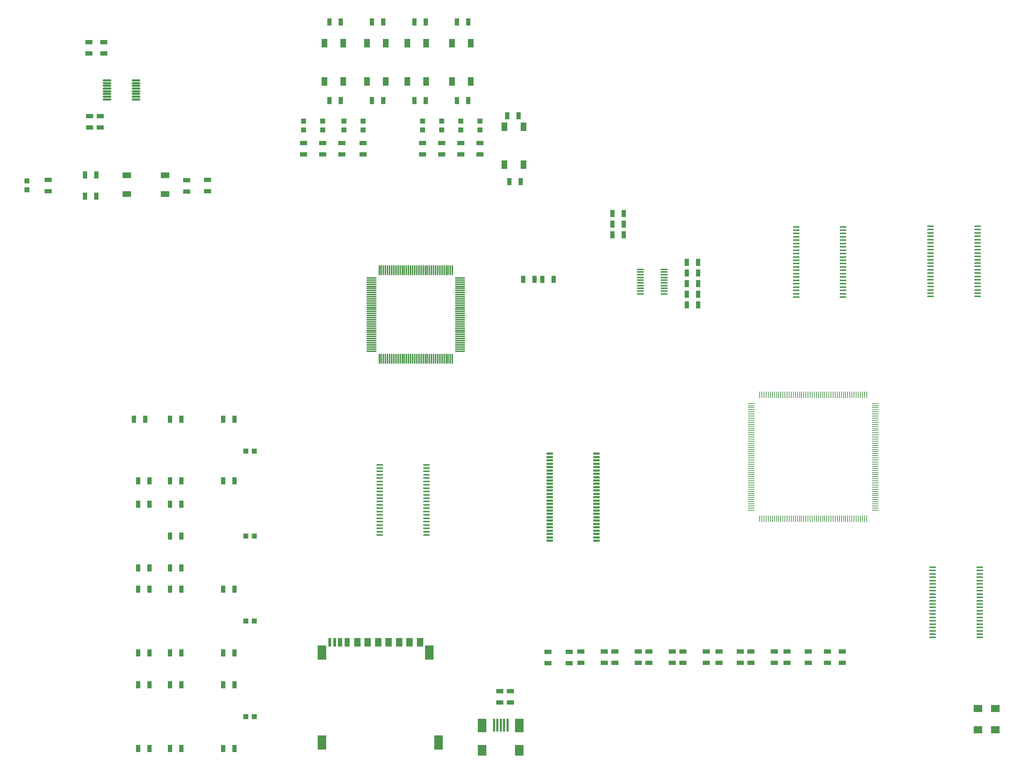
<source format=gtp>
%FSLAX44Y44*%
%MOMM*%
G71*
G01*
G75*
G04 Layer_Color=8421504*
%ADD10R,1.1000X1.7000*%
%ADD11R,1.5500X0.4500*%
%ADD12R,1.7000X1.1000*%
%ADD13R,1.4000X2.1000*%
%ADD14R,1.2000X1.2000*%
%ADD15R,1.2000X1.2000*%
%ADD16O,0.3000X2.5400*%
%ADD17O,2.5400X0.3000*%
%ADD18R,2.1000X1.4000*%
%ADD19R,1.5500X0.5500*%
%ADD20O,1.7000X0.3500*%
%ADD21O,1.5500X0.2500*%
%ADD22O,0.2500X1.5500*%
%ADD23R,0.5000X3.1000*%
%ADD24R,2.0000X2.5000*%
%ADD25R,2.0000X3.3000*%
%ADD26O,2.1000X0.4500*%
%ADD27R,0.7000X2.0000*%
%ADD28R,1.0000X2.0000*%
%ADD29R,1.2000X2.0000*%
%ADD30R,1.5000X2.0000*%
%ADD31R,2.0000X3.5000*%
%ADD32R,2.0000X1.8000*%
%ADD33C,0.1500*%
%ADD34R,1.5000X1.5000*%
%ADD35C,1.5000*%
%ADD36R,1.5000X1.5000*%
%ADD37C,1.3500*%
%ADD38R,1.2500X1.2500*%
%ADD39C,1.6000*%
%ADD40R,1.6000X1.6000*%
%ADD41C,1.2000*%
%ADD42O,1.5240X4.0640*%
%ADD43O,4.0640X1.5240*%
%ADD44O,1.5240X4.3180*%
%ADD45C,4.7600*%
%ADD46R,1.6900X1.6900*%
%ADD47C,1.6900*%
%ADD48C,1.5240*%
%ADD49C,4.5000*%
%ADD50C,0.7100*%
%ADD51C,1.0160*%
%ADD52C,0.2540*%
%ADD53C,1.9160*%
G04:AMPARAMS|DCode=54|XSize=2.424mm|YSize=2.424mm|CornerRadius=0mm|HoleSize=0mm|Usage=FLASHONLY|Rotation=0.000|XOffset=0mm|YOffset=0mm|HoleType=Round|Shape=Relief|Width=0.254mm|Gap=0.254mm|Entries=4|*
%AMTHD54*
7,0,0,2.4240,1.9160,0.2540,45*
%
%ADD54THD54*%
%ADD55C,1.8160*%
G04:AMPARAMS|DCode=56|XSize=2.274mm|YSize=2.274mm|CornerRadius=0mm|HoleSize=0mm|Usage=FLASHONLY|Rotation=0.000|XOffset=0mm|YOffset=0mm|HoleType=Round|Shape=Relief|Width=0.254mm|Gap=0.254mm|Entries=4|*
%AMTHD56*
7,0,0,2.2740,1.7660,0.2540,45*
%
%ADD56THD56*%
%ADD57C,2.0160*%
G04:AMPARAMS|DCode=58|XSize=2.524mm|YSize=2.524mm|CornerRadius=0mm|HoleSize=0mm|Usage=FLASHONLY|Rotation=0.000|XOffset=0mm|YOffset=0mm|HoleType=Round|Shape=Relief|Width=0.254mm|Gap=0.254mm|Entries=4|*
%AMTHD58*
7,0,0,2.5240,2.0160,0.2540,45*
%
%ADD58THD58*%
%ADD59C,1.7660*%
%ADD60O,1.7780X4.3180*%
%ADD61O,4.3180X1.7780*%
%AMTHOVALD62*
21,1,2.7940,2.2860,0,0,270.0*
1,1,2.2860,0.0000,1.3970*
1,1,2.2860,0.0000,-1.3970*
21,0,2.7940,1.7780,0,0,270.0*
1,0,1.7780,0.0000,1.3970*
1,0,1.7780,0.0000,-1.3970*
4,0,4,-0.0898,1.3072,-0.8980,2.1154,-0.7184,2.2950,0.0898,1.4868,-0.0898,1.3072,0.0*
4,0,4,-0.0898,-1.4868,0.7184,-2.2950,0.8980,-2.1154,0.0898,-1.3072,-0.0898,-1.4868,0.0*
4,0,4,-0.0898,1.4868,0.7184,2.2950,0.8980,2.1154,0.0898,1.3072,-0.0898,1.4868,0.0*
4,0,4,-0.0898,-1.3072,-0.8980,-2.1154,-0.7184,-2.2950,0.0898,-1.4868,-0.0898,-1.3072,0.0*
%
%ADD62THOVALD62*%

%ADD63C,4.2760*%
%ADD64C,2.1060*%
G04:AMPARAMS|DCode=65|XSize=2.424mm|YSize=2.424mm|CornerRadius=0mm|HoleSize=0mm|Usage=FLASHONLY|Rotation=0.000|XOffset=0mm|YOffset=0mm|HoleType=Round|Shape=Relief|Width=0.254mm|Gap=0.254mm|Entries=4|*
%AMTHD65*
7,0,0,2.4240,1.9160,0.2540,45*
%
%ADD65THD65*%
%ADD66C,1.9160*%
%ADD67C,4.2160*%
%ADD68C,2.2060*%
%ADD69C,2.0160*%
%ADD70C,1.3160*%
G04:AMPARAMS|DCode=71|XSize=1.824mm|YSize=1.824mm|CornerRadius=0mm|HoleSize=0mm|Usage=FLASHONLY|Rotation=0.000|XOffset=0mm|YOffset=0mm|HoleType=Round|Shape=Relief|Width=0.254mm|Gap=0.254mm|Entries=4|*
%AMTHD71*
7,0,0,1.8240,1.3160,0.2540,45*
%
%ADD71THD71*%
G04:AMPARAMS|DCode=72|XSize=2.324mm|YSize=2.324mm|CornerRadius=0mm|HoleSize=0mm|Usage=FLASHONLY|Rotation=0.000|XOffset=0mm|YOffset=0mm|HoleType=Round|Shape=Relief|Width=0.254mm|Gap=0.254mm|Entries=4|*
%AMTHD72*
7,0,0,2.3240,1.8160,0.2540,45*
%
%ADD72THD72*%
%AMTHOVALD73*
21,1,2.5400,2.2860,0,0,90.0*
1,1,2.2860,0.0000,-1.2700*
1,1,2.2860,0.0000,1.2700*
21,0,2.5400,1.7780,0,0,90.0*
1,0,1.7780,0.0000,-1.2700*
1,0,1.7780,0.0000,1.2700*
4,0,4,0.0898,-1.1802,0.8980,-1.9884,0.7184,-2.1680,-0.0898,-1.3598,0.0898,-1.1802,0.0*
4,0,4,0.0898,1.3598,-0.7184,2.1680,-0.8980,1.9884,-0.0898,1.1802,0.0898,1.3598,0.0*
4,0,4,0.0898,-1.3598,-0.7184,-2.1680,-0.8980,-1.9884,-0.0898,-1.1802,0.0898,-1.3598,0.0*
4,0,4,0.0898,1.1802,0.8980,1.9884,0.7184,2.1680,-0.0898,1.3598,0.0898,1.1802,0.0*
%
%ADD73THOVALD73*%

%AMTHOVALD74*
21,1,2.5400,2.2860,0,0,180.0*
1,1,2.2860,1.2700,0.0000*
1,1,2.2860,-1.2700,0.0000*
21,0,2.5400,1.7780,0,0,180.0*
1,0,1.7780,1.2700,0.0000*
1,0,1.7780,-1.2700,0.0000*
4,0,4,1.1802,0.0898,1.9884,0.8980,2.1680,0.7184,1.3598,-0.0898,1.1802,0.0898,0.0*
4,0,4,-1.3598,0.0898,-2.1680,-0.7184,-1.9884,-0.8980,-1.1802,-0.0898,-1.3598,0.0898,0.0*
4,0,4,1.3598,0.0898,2.1680,-0.7184,1.9884,-0.8980,1.1802,-0.0898,1.3598,0.0898,0.0*
4,0,4,-1.1802,0.0898,-1.9884,0.8980,-2.1680,0.7184,-1.3598,-0.0898,-1.1802,0.0898,0.0*
%
%ADD74THOVALD74*%

%ADD75O,1.7780X4.5720*%
G04:AMPARAMS|DCode=76|XSize=4.784mm|YSize=4.784mm|CornerRadius=0mm|HoleSize=0mm|Usage=FLASHONLY|Rotation=0.000|XOffset=0mm|YOffset=0mm|HoleType=Round|Shape=Relief|Width=0.254mm|Gap=0.254mm|Entries=4|*
%AMTHD76*
7,0,0,4.7840,4.2760,0.2540,45*
%
%ADD76THD76*%
G04:AMPARAMS|DCode=77|XSize=2.614mm|YSize=2.614mm|CornerRadius=0mm|HoleSize=0mm|Usage=FLASHONLY|Rotation=0.000|XOffset=0mm|YOffset=0mm|HoleType=Round|Shape=Relief|Width=0.254mm|Gap=0.254mm|Entries=4|*
%AMTHD77*
7,0,0,2.6140,2.1060,0.2540,45*
%
%ADD77THD77*%
G04:AMPARAMS|DCode=78|XSize=2.524mm|YSize=2.524mm|CornerRadius=0mm|HoleSize=0mm|Usage=FLASHONLY|Rotation=0.000|XOffset=0mm|YOffset=0mm|HoleType=Round|Shape=Relief|Width=0.254mm|Gap=0.254mm|Entries=4|*
%AMTHD78*
7,0,0,2.5240,2.0160,0.2540,45*
%
%ADD78THD78*%
%ADD79C,0.6000*%
%ADD80C,0.2500*%
%ADD81C,0.2000*%
%ADD82C,0.1016*%
%ADD83C,0.1778*%
%ADD84C,0.2032*%
%ADD85C,0.5080*%
%ADD86C,0.2794*%
D10*
X931710Y1398270D02*
D03*
X904710D02*
D03*
X828510D02*
D03*
X855510D02*
D03*
X1285710Y2363470D02*
D03*
X1312710D02*
D03*
X1387310D02*
D03*
X1414310D02*
D03*
X1488910D02*
D03*
X1515910D02*
D03*
X1590510D02*
D03*
X1617510D02*
D03*
X1716240Y2169160D02*
D03*
X1743240D02*
D03*
X1821980Y1935480D02*
D03*
X1794980D02*
D03*
X1776260D02*
D03*
X1749260D02*
D03*
X1312710Y2551430D02*
D03*
X1285710D02*
D03*
X1414310D02*
D03*
X1387310D02*
D03*
X1515910D02*
D03*
X1488910D02*
D03*
X1617510D02*
D03*
X1590510D02*
D03*
X1738160Y2326640D02*
D03*
X1711160D02*
D03*
X2140420Y1925320D02*
D03*
X2167420D02*
D03*
X2140420Y1874520D02*
D03*
X2167420D02*
D03*
Y1899920D02*
D03*
X2140420D02*
D03*
Y1976120D02*
D03*
X2167420D02*
D03*
X2140420Y1950720D02*
D03*
X2167420D02*
D03*
X1989620Y2042160D02*
D03*
X1962620D02*
D03*
X1989620Y2067560D02*
D03*
X1962620D02*
D03*
X1989620Y2092960D02*
D03*
X1962620D02*
D03*
X701510Y2134870D02*
D03*
X728510D02*
D03*
Y2185670D02*
D03*
X701510D02*
D03*
X1031710Y1601470D02*
D03*
X1058710D02*
D03*
X818350D02*
D03*
X845350D02*
D03*
X931710Y1454150D02*
D03*
X904710D02*
D03*
X931710Y1601470D02*
D03*
X904710D02*
D03*
X828510Y1454150D02*
D03*
X855510D02*
D03*
X1058710D02*
D03*
X1031710D02*
D03*
X931710Y1245870D02*
D03*
X904710D02*
D03*
X931710Y1322070D02*
D03*
X904710D02*
D03*
X828510Y1245870D02*
D03*
X855510D02*
D03*
X1031710Y1195070D02*
D03*
X1058710D02*
D03*
X828510D02*
D03*
X855510D02*
D03*
X931710Y1042670D02*
D03*
X904710D02*
D03*
Y1195070D02*
D03*
X931710D02*
D03*
X855510Y1042670D02*
D03*
X828510D02*
D03*
X1031710D02*
D03*
X1058710D02*
D03*
Y966470D02*
D03*
X1031710D02*
D03*
X828510D02*
D03*
X855510D02*
D03*
X931710Y814070D02*
D03*
X904710D02*
D03*
Y966470D02*
D03*
X931710D02*
D03*
X855510Y814070D02*
D03*
X828510D02*
D03*
X1058710D02*
D03*
X1031710D02*
D03*
D11*
X2834760Y1894660D02*
D03*
Y1902660D02*
D03*
Y1910660D02*
D03*
Y1918660D02*
D03*
Y1926660D02*
D03*
Y1934660D02*
D03*
Y1942660D02*
D03*
Y1950660D02*
D03*
Y1958660D02*
D03*
Y1966660D02*
D03*
Y1974660D02*
D03*
Y1982660D02*
D03*
Y1990660D02*
D03*
Y1998660D02*
D03*
Y2006660D02*
D03*
Y2014660D02*
D03*
Y2022660D02*
D03*
Y2030660D02*
D03*
Y2038660D02*
D03*
Y2046660D02*
D03*
Y2054660D02*
D03*
Y2062660D02*
D03*
X2722760Y1894660D02*
D03*
Y1902660D02*
D03*
Y1910660D02*
D03*
Y1918660D02*
D03*
Y1926660D02*
D03*
Y1934660D02*
D03*
Y1942660D02*
D03*
Y1950660D02*
D03*
Y1958660D02*
D03*
Y1966660D02*
D03*
Y1974660D02*
D03*
Y1982660D02*
D03*
Y1990660D02*
D03*
Y1998660D02*
D03*
Y2006660D02*
D03*
Y2014660D02*
D03*
Y2022660D02*
D03*
Y2030660D02*
D03*
Y2038660D02*
D03*
Y2046660D02*
D03*
Y2054660D02*
D03*
Y2062660D02*
D03*
X2513450Y1893390D02*
D03*
Y1901390D02*
D03*
Y1909390D02*
D03*
Y1917390D02*
D03*
Y1925390D02*
D03*
Y1933390D02*
D03*
Y1941390D02*
D03*
Y1949390D02*
D03*
Y1957390D02*
D03*
Y1965390D02*
D03*
Y1973390D02*
D03*
Y1981390D02*
D03*
Y1989390D02*
D03*
Y1997390D02*
D03*
Y2005390D02*
D03*
Y2013390D02*
D03*
Y2021390D02*
D03*
Y2029390D02*
D03*
Y2037390D02*
D03*
Y2045390D02*
D03*
Y2053390D02*
D03*
Y2061390D02*
D03*
X2401450Y1893390D02*
D03*
Y1901390D02*
D03*
Y1909390D02*
D03*
Y1917390D02*
D03*
Y1925390D02*
D03*
Y1933390D02*
D03*
Y1941390D02*
D03*
Y1949390D02*
D03*
Y1957390D02*
D03*
Y1965390D02*
D03*
Y1973390D02*
D03*
Y1981390D02*
D03*
Y1989390D02*
D03*
Y1997390D02*
D03*
Y2005390D02*
D03*
Y2013390D02*
D03*
Y2021390D02*
D03*
Y2029390D02*
D03*
Y2037390D02*
D03*
Y2045390D02*
D03*
Y2053390D02*
D03*
Y2061390D02*
D03*
X2727840Y1247320D02*
D03*
Y1239320D02*
D03*
Y1231320D02*
D03*
Y1223320D02*
D03*
Y1215320D02*
D03*
Y1207320D02*
D03*
Y1199320D02*
D03*
Y1191320D02*
D03*
Y1183320D02*
D03*
Y1175320D02*
D03*
Y1167320D02*
D03*
Y1159320D02*
D03*
Y1151320D02*
D03*
Y1143320D02*
D03*
Y1135320D02*
D03*
Y1127320D02*
D03*
Y1119320D02*
D03*
Y1111320D02*
D03*
Y1103320D02*
D03*
Y1095320D02*
D03*
Y1087320D02*
D03*
Y1079320D02*
D03*
X2839840Y1247320D02*
D03*
Y1239320D02*
D03*
Y1231320D02*
D03*
Y1223320D02*
D03*
Y1215320D02*
D03*
Y1207320D02*
D03*
Y1199320D02*
D03*
Y1191320D02*
D03*
Y1183320D02*
D03*
Y1175320D02*
D03*
Y1167320D02*
D03*
Y1159320D02*
D03*
Y1151320D02*
D03*
Y1143320D02*
D03*
Y1135320D02*
D03*
Y1127320D02*
D03*
Y1119320D02*
D03*
Y1111320D02*
D03*
Y1103320D02*
D03*
Y1095320D02*
D03*
Y1087320D02*
D03*
Y1079320D02*
D03*
X1405770Y1492430D02*
D03*
Y1484430D02*
D03*
Y1476430D02*
D03*
Y1468430D02*
D03*
Y1460430D02*
D03*
Y1452430D02*
D03*
Y1444430D02*
D03*
Y1436430D02*
D03*
Y1428430D02*
D03*
Y1420430D02*
D03*
Y1412430D02*
D03*
Y1404430D02*
D03*
Y1396430D02*
D03*
Y1388430D02*
D03*
Y1380430D02*
D03*
Y1372430D02*
D03*
Y1364430D02*
D03*
Y1356430D02*
D03*
Y1348430D02*
D03*
Y1340430D02*
D03*
Y1332430D02*
D03*
Y1324430D02*
D03*
X1517770Y1492430D02*
D03*
Y1484430D02*
D03*
Y1476430D02*
D03*
Y1468430D02*
D03*
Y1460430D02*
D03*
Y1452430D02*
D03*
Y1444430D02*
D03*
Y1436430D02*
D03*
Y1428430D02*
D03*
Y1420430D02*
D03*
Y1412430D02*
D03*
Y1404430D02*
D03*
Y1396430D02*
D03*
Y1388430D02*
D03*
Y1380430D02*
D03*
Y1372430D02*
D03*
Y1364430D02*
D03*
Y1356430D02*
D03*
Y1348430D02*
D03*
Y1340430D02*
D03*
Y1332430D02*
D03*
Y1324430D02*
D03*
D12*
X712470Y2299170D02*
D03*
Y2326170D02*
D03*
X737870Y2299170D02*
D03*
Y2326170D02*
D03*
X1968500Y1019010D02*
D03*
Y1046010D02*
D03*
X1808480Y1044740D02*
D03*
Y1017740D02*
D03*
X1943100Y1046010D02*
D03*
Y1019010D02*
D03*
X2268220Y1046010D02*
D03*
Y1019010D02*
D03*
X2349500Y1046010D02*
D03*
Y1019010D02*
D03*
X1887220Y1046010D02*
D03*
Y1019010D02*
D03*
X1859280Y1044740D02*
D03*
Y1017740D02*
D03*
X2293620Y1046010D02*
D03*
Y1019010D02*
D03*
X2476500Y1046010D02*
D03*
Y1019010D02*
D03*
X2430780Y1046010D02*
D03*
Y1019010D02*
D03*
X2049780Y1046010D02*
D03*
Y1019010D02*
D03*
X2379980Y1046010D02*
D03*
Y1019010D02*
D03*
X2512060Y1046010D02*
D03*
Y1019010D02*
D03*
X2217420Y1046010D02*
D03*
Y1019010D02*
D03*
X2186940Y1046010D02*
D03*
Y1019010D02*
D03*
X2131060Y1046010D02*
D03*
Y1019010D02*
D03*
X2105660Y1046010D02*
D03*
Y1019010D02*
D03*
X2024380Y1046010D02*
D03*
Y1019010D02*
D03*
X1366520Y2234400D02*
D03*
Y2261400D02*
D03*
X1315720Y2234400D02*
D03*
Y2261400D02*
D03*
X1224280Y2234400D02*
D03*
Y2261400D02*
D03*
X1270000Y2234400D02*
D03*
Y2261400D02*
D03*
X1600200Y2234400D02*
D03*
Y2261400D02*
D03*
X1508760Y2234400D02*
D03*
Y2261400D02*
D03*
X1554480Y2234400D02*
D03*
Y2261400D02*
D03*
X1645920Y2234400D02*
D03*
Y2261400D02*
D03*
X1718310Y923760D02*
D03*
Y950760D02*
D03*
X1692910Y923760D02*
D03*
Y950760D02*
D03*
X994410Y2146770D02*
D03*
Y2173770D02*
D03*
X944880Y2145500D02*
D03*
Y2172500D02*
D03*
X711200Y2502700D02*
D03*
Y2475700D02*
D03*
X746760Y2502700D02*
D03*
Y2475700D02*
D03*
X613410Y2146770D02*
D03*
Y2173770D02*
D03*
D13*
X1704340Y2300800D02*
D03*
Y2209800D02*
D03*
X1749340D02*
D03*
Y2300800D02*
D03*
X1273810Y2500190D02*
D03*
Y2409190D02*
D03*
X1318810D02*
D03*
Y2500190D02*
D03*
X1375410D02*
D03*
Y2409190D02*
D03*
X1420410D02*
D03*
Y2500190D02*
D03*
X1471930D02*
D03*
Y2409190D02*
D03*
X1516930D02*
D03*
Y2500190D02*
D03*
X1578610D02*
D03*
Y2409190D02*
D03*
X1623610D02*
D03*
Y2500190D02*
D03*
D14*
X1508760Y2314280D02*
D03*
Y2293280D02*
D03*
X1320800Y2314280D02*
D03*
Y2293280D02*
D03*
X1600200Y2314280D02*
D03*
Y2293280D02*
D03*
X1554480Y2314280D02*
D03*
Y2293280D02*
D03*
X1645920Y2314280D02*
D03*
Y2293280D02*
D03*
X1366520Y2314280D02*
D03*
Y2293280D02*
D03*
X1270000Y2314280D02*
D03*
Y2293280D02*
D03*
X1224280Y2314280D02*
D03*
Y2293280D02*
D03*
X562610Y2170770D02*
D03*
Y2149770D02*
D03*
D15*
X1106510Y1322070D02*
D03*
X1085510D02*
D03*
X1106510Y1118870D02*
D03*
X1085510D02*
D03*
X1106510Y890270D02*
D03*
X1085510D02*
D03*
X1106510Y1525270D02*
D03*
X1085510D02*
D03*
D16*
X1579750Y1957660D02*
D03*
X1574750D02*
D03*
X1569750D02*
D03*
X1564750D02*
D03*
X1559750D02*
D03*
X1554750D02*
D03*
X1549750D02*
D03*
X1544750D02*
D03*
X1539750D02*
D03*
X1534750D02*
D03*
X1529750D02*
D03*
X1524750D02*
D03*
X1519750D02*
D03*
X1514750D02*
D03*
X1509750D02*
D03*
X1504750D02*
D03*
X1499750D02*
D03*
X1494750D02*
D03*
X1489750D02*
D03*
X1484750D02*
D03*
X1479750D02*
D03*
X1474750D02*
D03*
X1469750D02*
D03*
X1464750D02*
D03*
X1459750D02*
D03*
X1454750D02*
D03*
X1449750D02*
D03*
X1444750D02*
D03*
X1439750D02*
D03*
X1434750D02*
D03*
X1429750D02*
D03*
X1424750D02*
D03*
X1419750D02*
D03*
X1414750D02*
D03*
X1409750D02*
D03*
X1404750D02*
D03*
Y1745660D02*
D03*
X1409750D02*
D03*
X1414750D02*
D03*
X1419750D02*
D03*
X1424750D02*
D03*
X1429750D02*
D03*
X1434750D02*
D03*
X1439750D02*
D03*
X1444750D02*
D03*
X1449750D02*
D03*
X1454750D02*
D03*
X1459750D02*
D03*
X1464750D02*
D03*
X1469750D02*
D03*
X1474750D02*
D03*
X1479750D02*
D03*
X1484750D02*
D03*
X1489750D02*
D03*
X1494750D02*
D03*
X1499750D02*
D03*
X1504750D02*
D03*
X1509750D02*
D03*
X1514750D02*
D03*
X1519750D02*
D03*
X1524750D02*
D03*
X1529750D02*
D03*
X1534750D02*
D03*
X1539750D02*
D03*
X1544750D02*
D03*
X1549750D02*
D03*
X1554750D02*
D03*
X1559750D02*
D03*
X1564750D02*
D03*
X1569750D02*
D03*
X1574750D02*
D03*
X1579750D02*
D03*
D17*
X1386250Y1939160D02*
D03*
Y1934160D02*
D03*
Y1929160D02*
D03*
Y1924160D02*
D03*
Y1919160D02*
D03*
Y1914160D02*
D03*
Y1909160D02*
D03*
Y1904160D02*
D03*
Y1899160D02*
D03*
Y1894160D02*
D03*
Y1889160D02*
D03*
Y1884160D02*
D03*
Y1879160D02*
D03*
Y1874160D02*
D03*
Y1869160D02*
D03*
Y1864160D02*
D03*
Y1859160D02*
D03*
Y1854160D02*
D03*
Y1849160D02*
D03*
Y1844160D02*
D03*
Y1839160D02*
D03*
Y1834160D02*
D03*
Y1829160D02*
D03*
Y1824160D02*
D03*
Y1819160D02*
D03*
Y1814160D02*
D03*
Y1809160D02*
D03*
Y1804160D02*
D03*
Y1799160D02*
D03*
Y1794160D02*
D03*
Y1789160D02*
D03*
Y1784160D02*
D03*
Y1779160D02*
D03*
Y1774160D02*
D03*
Y1769160D02*
D03*
Y1764160D02*
D03*
X1598250D02*
D03*
Y1769160D02*
D03*
Y1774160D02*
D03*
Y1779160D02*
D03*
Y1784160D02*
D03*
Y1789160D02*
D03*
Y1794160D02*
D03*
Y1799160D02*
D03*
Y1804160D02*
D03*
Y1809160D02*
D03*
Y1814160D02*
D03*
Y1819160D02*
D03*
Y1824160D02*
D03*
Y1829160D02*
D03*
Y1834160D02*
D03*
Y1839160D02*
D03*
Y1844160D02*
D03*
Y1849160D02*
D03*
Y1854160D02*
D03*
Y1859160D02*
D03*
Y1864160D02*
D03*
Y1869160D02*
D03*
Y1874160D02*
D03*
Y1879160D02*
D03*
Y1884160D02*
D03*
Y1889160D02*
D03*
Y1894160D02*
D03*
Y1899160D02*
D03*
Y1904160D02*
D03*
Y1909160D02*
D03*
Y1914160D02*
D03*
Y1919160D02*
D03*
Y1924160D02*
D03*
Y1929160D02*
D03*
Y1934160D02*
D03*
Y1939160D02*
D03*
D18*
X801810Y2139950D02*
D03*
X892810D02*
D03*
Y2184950D02*
D03*
X801810D02*
D03*
D19*
X1812170Y1518780D02*
D03*
Y1510780D02*
D03*
Y1502780D02*
D03*
Y1494780D02*
D03*
Y1486780D02*
D03*
Y1478780D02*
D03*
Y1470780D02*
D03*
Y1462780D02*
D03*
Y1454780D02*
D03*
Y1446780D02*
D03*
Y1438780D02*
D03*
Y1430780D02*
D03*
Y1422780D02*
D03*
Y1414780D02*
D03*
Y1406780D02*
D03*
Y1398780D02*
D03*
Y1390780D02*
D03*
Y1382780D02*
D03*
Y1374780D02*
D03*
Y1366780D02*
D03*
Y1358780D02*
D03*
Y1350780D02*
D03*
Y1342780D02*
D03*
Y1334780D02*
D03*
Y1326780D02*
D03*
Y1318780D02*
D03*
Y1310780D02*
D03*
X1924170Y1518780D02*
D03*
Y1510780D02*
D03*
Y1502780D02*
D03*
Y1494780D02*
D03*
Y1486780D02*
D03*
Y1478780D02*
D03*
Y1470780D02*
D03*
Y1462780D02*
D03*
Y1454780D02*
D03*
Y1446780D02*
D03*
Y1438780D02*
D03*
Y1430780D02*
D03*
Y1422780D02*
D03*
Y1414780D02*
D03*
Y1406780D02*
D03*
Y1398780D02*
D03*
Y1390780D02*
D03*
Y1382780D02*
D03*
Y1374780D02*
D03*
Y1366780D02*
D03*
Y1358780D02*
D03*
Y1350780D02*
D03*
Y1342780D02*
D03*
Y1334780D02*
D03*
Y1326780D02*
D03*
Y1318780D02*
D03*
Y1310780D02*
D03*
D20*
X2085900Y1901150D02*
D03*
Y1907650D02*
D03*
Y1914150D02*
D03*
Y1920650D02*
D03*
Y1927150D02*
D03*
Y1933650D02*
D03*
Y1940150D02*
D03*
Y1946650D02*
D03*
Y1953150D02*
D03*
Y1959650D02*
D03*
X2028900Y1901150D02*
D03*
Y1907650D02*
D03*
Y1914150D02*
D03*
Y1920650D02*
D03*
Y1927150D02*
D03*
Y1933650D02*
D03*
Y1940150D02*
D03*
Y1946650D02*
D03*
Y1953150D02*
D03*
Y1959650D02*
D03*
D21*
X2293960Y1638800D02*
D03*
Y1633800D02*
D03*
Y1628800D02*
D03*
Y1623800D02*
D03*
Y1618800D02*
D03*
Y1613800D02*
D03*
Y1608800D02*
D03*
Y1603800D02*
D03*
Y1598800D02*
D03*
Y1593800D02*
D03*
Y1588800D02*
D03*
Y1583800D02*
D03*
Y1578800D02*
D03*
Y1573800D02*
D03*
Y1568800D02*
D03*
Y1563800D02*
D03*
Y1558800D02*
D03*
Y1553800D02*
D03*
Y1548800D02*
D03*
Y1543800D02*
D03*
Y1538800D02*
D03*
Y1533800D02*
D03*
Y1528800D02*
D03*
Y1523800D02*
D03*
Y1518800D02*
D03*
Y1513800D02*
D03*
Y1508800D02*
D03*
Y1503800D02*
D03*
Y1498800D02*
D03*
Y1493800D02*
D03*
Y1488800D02*
D03*
Y1483800D02*
D03*
Y1478800D02*
D03*
Y1473800D02*
D03*
Y1468800D02*
D03*
Y1463800D02*
D03*
Y1458800D02*
D03*
Y1453800D02*
D03*
Y1448800D02*
D03*
Y1443800D02*
D03*
Y1438800D02*
D03*
Y1433800D02*
D03*
Y1428800D02*
D03*
Y1423800D02*
D03*
Y1418800D02*
D03*
Y1413800D02*
D03*
Y1408800D02*
D03*
Y1403800D02*
D03*
Y1398800D02*
D03*
Y1393800D02*
D03*
Y1388800D02*
D03*
Y1383800D02*
D03*
X2590460D02*
D03*
Y1388800D02*
D03*
Y1393800D02*
D03*
Y1398800D02*
D03*
Y1403800D02*
D03*
Y1408800D02*
D03*
Y1413800D02*
D03*
Y1418800D02*
D03*
Y1423800D02*
D03*
Y1428800D02*
D03*
Y1433800D02*
D03*
Y1438800D02*
D03*
Y1443800D02*
D03*
Y1448800D02*
D03*
Y1453800D02*
D03*
Y1458800D02*
D03*
Y1463800D02*
D03*
Y1468800D02*
D03*
Y1473800D02*
D03*
Y1478800D02*
D03*
Y1483800D02*
D03*
Y1488800D02*
D03*
Y1493800D02*
D03*
Y1498800D02*
D03*
Y1503800D02*
D03*
Y1508800D02*
D03*
Y1513800D02*
D03*
Y1518800D02*
D03*
Y1523800D02*
D03*
Y1528800D02*
D03*
Y1533800D02*
D03*
Y1538800D02*
D03*
Y1543800D02*
D03*
Y1548800D02*
D03*
Y1553800D02*
D03*
Y1558800D02*
D03*
Y1563800D02*
D03*
Y1568800D02*
D03*
Y1573800D02*
D03*
Y1578800D02*
D03*
Y1583800D02*
D03*
Y1588800D02*
D03*
Y1593800D02*
D03*
Y1598800D02*
D03*
Y1603800D02*
D03*
Y1608800D02*
D03*
Y1613800D02*
D03*
Y1618800D02*
D03*
Y1623800D02*
D03*
Y1628800D02*
D03*
Y1633800D02*
D03*
Y1638800D02*
D03*
D22*
X2314710Y1363050D02*
D03*
X2319710D02*
D03*
X2324710D02*
D03*
X2329710D02*
D03*
X2334710D02*
D03*
X2339710D02*
D03*
X2344710D02*
D03*
X2349710D02*
D03*
X2354710D02*
D03*
X2359710D02*
D03*
X2364710D02*
D03*
X2369710D02*
D03*
X2374710D02*
D03*
X2379710D02*
D03*
X2384710D02*
D03*
X2389710D02*
D03*
X2394710D02*
D03*
X2399710D02*
D03*
X2404710D02*
D03*
X2409710D02*
D03*
X2414710D02*
D03*
X2419710D02*
D03*
X2424710D02*
D03*
X2429710D02*
D03*
X2434710D02*
D03*
X2439710D02*
D03*
X2444710D02*
D03*
X2449710D02*
D03*
X2454710D02*
D03*
X2459710D02*
D03*
X2464710D02*
D03*
X2469710D02*
D03*
X2474710D02*
D03*
X2479710D02*
D03*
X2484710D02*
D03*
X2489710D02*
D03*
X2494710D02*
D03*
X2499710D02*
D03*
X2504710D02*
D03*
X2509710D02*
D03*
X2514710D02*
D03*
X2519710D02*
D03*
X2524710D02*
D03*
X2529710D02*
D03*
X2534710D02*
D03*
X2539710D02*
D03*
X2544710D02*
D03*
X2549710D02*
D03*
X2554710D02*
D03*
X2559710D02*
D03*
X2564710D02*
D03*
X2569710D02*
D03*
Y1659550D02*
D03*
X2564710D02*
D03*
X2559710D02*
D03*
X2554710D02*
D03*
X2549710D02*
D03*
X2544710D02*
D03*
X2539710D02*
D03*
X2534710D02*
D03*
X2529710D02*
D03*
X2524710D02*
D03*
X2519710D02*
D03*
X2514710D02*
D03*
X2509710D02*
D03*
X2504710D02*
D03*
X2499710D02*
D03*
X2494710D02*
D03*
X2489710D02*
D03*
X2484710D02*
D03*
X2479710D02*
D03*
X2474710D02*
D03*
X2469710D02*
D03*
X2464710D02*
D03*
X2459710D02*
D03*
X2454710D02*
D03*
X2449710D02*
D03*
X2444710D02*
D03*
X2439710D02*
D03*
X2434710D02*
D03*
X2429710D02*
D03*
X2424710D02*
D03*
X2419710D02*
D03*
X2414710D02*
D03*
X2409710D02*
D03*
X2404710D02*
D03*
X2399710D02*
D03*
X2394710D02*
D03*
X2389710D02*
D03*
X2384710D02*
D03*
X2379710D02*
D03*
X2374710D02*
D03*
X2369710D02*
D03*
X2364710D02*
D03*
X2359710D02*
D03*
X2354710D02*
D03*
X2349710D02*
D03*
X2344710D02*
D03*
X2339710D02*
D03*
X2334710D02*
D03*
X2329710D02*
D03*
X2324710D02*
D03*
X2319710D02*
D03*
X2314710D02*
D03*
D23*
X1679448Y869470D02*
D03*
X1687449D02*
D03*
X1695450D02*
D03*
X1703448D02*
D03*
X1711449D02*
D03*
D24*
X1739948Y809470D02*
D03*
X1650949D02*
D03*
D25*
Y868469D02*
D03*
X1739948D02*
D03*
D26*
X754170Y2411620D02*
D03*
Y2405120D02*
D03*
Y2398620D02*
D03*
Y2392120D02*
D03*
Y2385620D02*
D03*
Y2379120D02*
D03*
Y2372620D02*
D03*
Y2366120D02*
D03*
X823170Y2411620D02*
D03*
Y2405120D02*
D03*
Y2398620D02*
D03*
Y2392120D02*
D03*
Y2385620D02*
D03*
Y2379120D02*
D03*
Y2372620D02*
D03*
Y2366120D02*
D03*
D27*
X1286160Y1068070D02*
D03*
X1298160D02*
D03*
D28*
X1311160D02*
D03*
D29*
X1328160D02*
D03*
D30*
X1352410D02*
D03*
X1377410D02*
D03*
X1402410D02*
D03*
X1427410D02*
D03*
X1452410D02*
D03*
X1477410D02*
D03*
X1502410D02*
D03*
D31*
X1524660Y1043070D02*
D03*
X1546660Y828070D02*
D03*
X1268160Y1043070D02*
D03*
Y828070D02*
D03*
D32*
X2877820Y909320D02*
D03*
X2835820D02*
D03*
Y858520D02*
D03*
X2877820D02*
D03*
M02*

</source>
